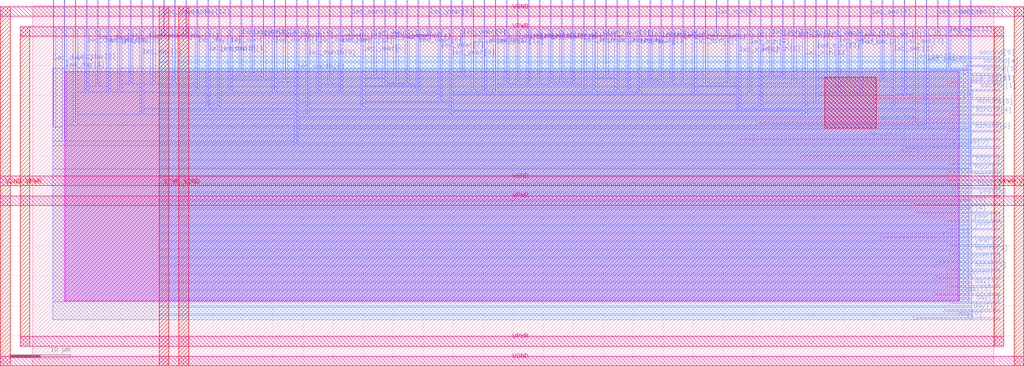
<source format=lef>
VERSION 5.7 ;
  NOWIREEXTENSIONATPIN ON ;
  DIVIDERCHAR "/" ;
  BUSBITCHARS "[]" ;
MACRO decode_all
  CLASS BLOCK ;
  FOREIGN decode_all ;
  ORIGIN 0.000 0.000 ;
  SIZE 160.000 BY 60.000 ;
  PIN VGND
    DIRECTION INOUT ;
    USE GROUND ;
    PORT
      LAYER met4 ;
        RECT -5.380 -0.020 -3.780 59.860 ;
    END
    PORT
      LAYER met5 ;
        RECT -5.380 -0.020 165.000 1.580 ;
    END
    PORT
      LAYER met5 ;
        RECT -5.380 58.260 165.000 59.860 ;
    END
    PORT
      LAYER met4 ;
        RECT 163.400 -0.020 165.000 59.860 ;
    END
    PORT
      LAYER met4 ;
        RECT 24.340 -0.020 25.940 59.860 ;
    END
    PORT
      LAYER met5 ;
        RECT -5.380 30.030 165.000 31.630 ;
    END
  END VGND
  PIN VPWR
    DIRECTION INOUT ;
    USE POWER ;
    PORT
      LAYER met4 ;
        RECT -2.080 3.280 -0.480 56.560 ;
    END
    PORT
      LAYER met5 ;
        RECT -2.080 3.280 161.700 4.880 ;
    END
    PORT
      LAYER met5 ;
        RECT -2.080 54.960 161.700 56.560 ;
    END
    PORT
      LAYER met4 ;
        RECT 160.100 3.280 161.700 56.560 ;
    END
    PORT
      LAYER met4 ;
        RECT 21.040 -0.020 22.640 59.860 ;
    END
    PORT
      LAYER met5 ;
        RECT -5.380 26.730 165.000 28.330 ;
    END
  END VPWR
  PIN day[0]
    DIRECTION INPUT ;
    USE SIGNAL ;
    ANTENNAGATEAREA 0.159000 ;
    PORT
      LAYER met3 ;
        RECT 147.110 7.670 161.000 7.970 ;
    END
  END day[0]
  PIN day[1]
    DIRECTION INPUT ;
    USE SIGNAL ;
    ANTENNAGATEAREA 0.213000 ;
    PORT
      LAYER met3 ;
        RECT 152.170 9.030 161.000 9.330 ;
    END
  END day[1]
  PIN day[2]
    DIRECTION INPUT ;
    USE SIGNAL ;
    ANTENNAGATEAREA 0.213000 ;
    PORT
      LAYER met3 ;
        RECT 153.090 10.390 161.000 10.690 ;
    END
  END day[2]
  PIN day[3]
    DIRECTION INPUT ;
    USE SIGNAL ;
    ANTENNAGATEAREA 0.213000 ;
    PORT
      LAYER met3 ;
        RECT 150.330 11.750 161.000 12.050 ;
    END
  END day[3]
  PIN day[4]
    DIRECTION INPUT ;
    USE SIGNAL ;
    ANTENNAGATEAREA 0.159000 ;
    PORT
      LAYER met3 ;
        RECT 152.630 13.110 161.000 13.410 ;
    END
  END day[4]
  PIN hour[0]
    DIRECTION INPUT ;
    USE SIGNAL ;
    ANTENNAGATEAREA 0.213000 ;
    PORT
      LAYER met3 ;
        RECT 153.550 29.430 161.000 29.730 ;
    END
  END hour[0]
  PIN hour[1]
    DIRECTION INPUT ;
    USE SIGNAL ;
    ANTENNAGATEAREA 0.126000 ;
    PORT
      LAYER met3 ;
        RECT 152.630 30.790 161.000 31.090 ;
    END
  END hour[1]
  PIN hour[2]
    DIRECTION INPUT ;
    USE SIGNAL ;
    ANTENNAGATEAREA 0.126000 ;
    PORT
      LAYER met3 ;
        RECT 152.630 32.150 161.000 32.450 ;
    END
  END hour[2]
  PIN hour[3]
    DIRECTION INPUT ;
    USE SIGNAL ;
    ANTENNAGATEAREA 0.196500 ;
    PORT
      LAYER met3 ;
        RECT 153.090 33.510 161.000 33.810 ;
    END
  END hour[3]
  PIN hour[4]
    DIRECTION INPUT ;
    USE SIGNAL ;
    ANTENNAGATEAREA 0.213000 ;
    PORT
      LAYER met3 ;
        RECT 127.790 34.870 161.000 35.170 ;
    END
  END hour[4]
  PIN led_day[0]
    DIRECTION OUTPUT ;
    USE SIGNAL ;
    ANTENNADIFFAREA 0.445500 ;
    PORT
      LAYER met2 ;
        RECT 3.380 40.080 3.520 61.000 ;
    END
  END led_day[0]
  PIN led_day[10]
    DIRECTION OUTPUT ;
    USE SIGNAL ;
    ANTENNADIFFAREA 0.445500 ;
    PORT
      LAYER met2 ;
        RECT 21.780 55.350 21.920 61.000 ;
    END
  END led_day[10]
  PIN led_day[11]
    DIRECTION OUTPUT ;
    USE SIGNAL ;
    ANTENNADIFFAREA 0.445500 ;
    PORT
      LAYER met2 ;
        RECT 23.620 47.190 23.760 61.000 ;
    END
  END led_day[11]
  PIN led_day[12]
    DIRECTION OUTPUT ;
    USE SIGNAL ;
    ANTENNADIFFAREA 0.445500 ;
    PORT
      LAYER met2 ;
        RECT 25.460 55.350 25.600 61.000 ;
    END
  END led_day[12]
  PIN led_day[13]
    DIRECTION OUTPUT ;
    USE SIGNAL ;
    ANTENNADIFFAREA 0.445500 ;
    PORT
      LAYER met2 ;
        RECT 27.300 45.860 27.440 61.000 ;
    END
  END led_day[13]
  PIN led_day[1]
    DIRECTION OUTPUT ;
    USE SIGNAL ;
    ANTENNADIFFAREA 0.445500 ;
    PORT
      LAYER met2 ;
        RECT 5.220 37.700 5.360 61.000 ;
    END
  END led_day[1]
  PIN led_day[2]
    DIRECTION OUTPUT ;
    USE SIGNAL ;
    ANTENNADIFFAREA 0.445500 ;
    PORT
      LAYER met2 ;
        RECT 7.060 40.420 7.200 61.000 ;
    END
  END led_day[2]
  PIN led_day[3]
    DIRECTION OUTPUT ;
    USE SIGNAL ;
    ANTENNADIFFAREA 0.445500 ;
    PORT
      LAYER met2 ;
        RECT 8.900 45.860 9.040 61.000 ;
    END
  END led_day[3]
  PIN led_day[4]
    DIRECTION OUTPUT ;
    USE SIGNAL ;
    ANTENNADIFFAREA 0.445500 ;
    PORT
      LAYER met2 ;
        RECT 10.740 46.880 10.880 61.000 ;
    END
  END led_day[4]
  PIN led_day[5]
    DIRECTION OUTPUT ;
    USE SIGNAL ;
    ANTENNADIFFAREA 0.445500 ;
    PORT
      LAYER met2 ;
        RECT 12.580 45.860 12.720 61.000 ;
    END
  END led_day[5]
  PIN led_day[6]
    DIRECTION OUTPUT ;
    USE SIGNAL ;
    ANTENNADIFFAREA 0.445500 ;
    PORT
      LAYER met2 ;
        RECT 14.420 45.860 14.560 61.000 ;
    END
  END led_day[6]
  PIN led_day[7]
    DIRECTION OUTPUT ;
    USE SIGNAL ;
    ANTENNADIFFAREA 0.445500 ;
    PORT
      LAYER met2 ;
        RECT 16.260 47.190 16.400 61.000 ;
    END
  END led_day[7]
  PIN led_day[8]
    DIRECTION OUTPUT ;
    USE SIGNAL ;
    PORT
      LAYER met2 ;
        RECT 18.100 42.120 18.240 61.000 ;
    END
  END led_day[8]
  PIN led_day[9]
    DIRECTION OUTPUT ;
    USE SIGNAL ;
    ANTENNADIFFAREA 0.445500 ;
    PORT
      LAYER met2 ;
        RECT 19.940 47.220 20.080 61.000 ;
    END
  END led_day[9]
  PIN led_hour[0]
    DIRECTION OUTPUT ;
    USE SIGNAL ;
    ANTENNADIFFAREA 0.445500 ;
    PORT
      LAYER met2 ;
        RECT 80.660 47.220 80.800 61.000 ;
    END
  END led_hour[0]
  PIN led_hour[10]
    DIRECTION OUTPUT ;
    USE SIGNAL ;
    ANTENNADIFFAREA 0.445500 ;
    PORT
      LAYER met2 ;
        RECT 99.060 45.860 99.200 61.000 ;
    END
  END led_hour[10]
  PIN led_hour[11]
    DIRECTION OUTPUT ;
    USE SIGNAL ;
    ANTENNADIFFAREA 0.445500 ;
    PORT
      LAYER met2 ;
        RECT 100.900 45.520 101.040 61.000 ;
    END
  END led_hour[11]
  PIN led_hour[12]
    DIRECTION OUTPUT ;
    USE SIGNAL ;
    ANTENNADIFFAREA 0.445500 ;
    PORT
      LAYER met2 ;
        RECT 102.740 47.870 102.880 61.000 ;
    END
  END led_hour[12]
  PIN led_hour[13]
    DIRECTION OUTPUT ;
    USE SIGNAL ;
    ANTENNADIFFAREA 0.445500 ;
    PORT
      LAYER met2 ;
        RECT 104.580 47.560 104.720 61.000 ;
    END
  END led_hour[13]
  PIN led_hour[1]
    DIRECTION OUTPUT ;
    USE SIGNAL ;
    ANTENNADIFFAREA 0.445500 ;
    PORT
      LAYER met2 ;
        RECT 82.500 47.220 82.640 61.000 ;
    END
  END led_hour[1]
  PIN led_hour[2]
    DIRECTION OUTPUT ;
    USE SIGNAL ;
    ANTENNADIFFAREA 0.445500 ;
    PORT
      LAYER met2 ;
        RECT 84.340 47.220 84.480 61.000 ;
    END
  END led_hour[2]
  PIN led_hour[3]
    DIRECTION OUTPUT ;
    USE SIGNAL ;
    ANTENNADIFFAREA 0.445500 ;
    PORT
      LAYER met2 ;
        RECT 86.180 47.020 86.320 61.000 ;
    END
  END led_hour[3]
  PIN led_hour[4]
    DIRECTION OUTPUT ;
    USE SIGNAL ;
    ANTENNADIFFAREA 0.445500 ;
    PORT
      LAYER met2 ;
        RECT 88.020 47.560 88.160 61.000 ;
    END
  END led_hour[4]
  PIN led_hour[5]
    DIRECTION OUTPUT ;
    USE SIGNAL ;
    ANTENNADIFFAREA 0.445500 ;
    PORT
      LAYER met2 ;
        RECT 89.860 47.220 90.000 61.000 ;
    END
  END led_hour[5]
  PIN led_hour[6]
    DIRECTION OUTPUT ;
    USE SIGNAL ;
    ANTENNADIFFAREA 0.445500 ;
    PORT
      LAYER met2 ;
        RECT 91.700 45.860 91.840 61.000 ;
    END
  END led_hour[6]
  PIN led_hour[7]
    DIRECTION OUTPUT ;
    USE SIGNAL ;
    ANTENNADIFFAREA 0.445500 ;
    PORT
      LAYER met2 ;
        RECT 93.540 45.860 93.680 61.000 ;
    END
  END led_hour[7]
  PIN led_hour[8]
    DIRECTION OUTPUT ;
    USE SIGNAL ;
    PORT
      LAYER met2 ;
        RECT 95.380 48.240 95.520 61.000 ;
    END
  END led_hour[8]
  PIN led_hour[9]
    DIRECTION OUTPUT ;
    USE SIGNAL ;
    ANTENNADIFFAREA 0.445500 ;
    PORT
      LAYER met2 ;
        RECT 97.220 45.860 97.360 61.000 ;
    END
  END led_hour[9]
  PIN led_min[0]
    DIRECTION OUTPUT ;
    USE SIGNAL ;
    ANTENNADIFFAREA 0.445500 ;
    PORT
      LAYER met2 ;
        RECT 106.420 47.190 106.560 61.000 ;
    END
  END led_min[0]
  PIN led_min[10]
    DIRECTION OUTPUT ;
    USE SIGNAL ;
    ANTENNADIFFAREA 0.445500 ;
    PORT
      LAYER met2 ;
        RECT 124.820 48.080 124.960 61.000 ;
    END
  END led_min[10]
  PIN led_min[11]
    DIRECTION OUTPUT ;
    USE SIGNAL ;
    ANTENNADIFFAREA 0.445500 ;
    PORT
      LAYER met2 ;
        RECT 126.660 47.400 126.800 61.000 ;
    END
  END led_min[11]
  PIN led_min[12]
    DIRECTION OUTPUT ;
    USE SIGNAL ;
    ANTENNADIFFAREA 0.445500 ;
    PORT
      LAYER met2 ;
        RECT 128.500 41.780 128.640 61.000 ;
    END
  END led_min[12]
  PIN led_min[13]
    DIRECTION OUTPUT ;
    USE SIGNAL ;
    ANTENNADIFFAREA 0.445500 ;
    PORT
      LAYER met2 ;
        RECT 130.340 44.000 130.480 61.000 ;
    END
  END led_min[13]
  PIN led_min[1]
    DIRECTION OUTPUT ;
    USE SIGNAL ;
    ANTENNADIFFAREA 0.445500 ;
    PORT
      LAYER met2 ;
        RECT 108.260 47.220 108.400 61.000 ;
    END
  END led_min[1]
  PIN led_min[2]
    DIRECTION OUTPUT ;
    USE SIGNAL ;
    ANTENNADIFFAREA 0.445500 ;
    PORT
      LAYER met2 ;
        RECT 110.100 45.520 110.240 61.000 ;
    END
  END led_min[2]
  PIN led_min[3]
    DIRECTION OUTPUT ;
    USE SIGNAL ;
    ANTENNADIFFAREA 0.445500 ;
    PORT
      LAYER met2 ;
        RECT 111.940 46.880 112.080 61.000 ;
    END
  END led_min[3]
  PIN led_min[4]
    DIRECTION OUTPUT ;
    USE SIGNAL ;
    ANTENNADIFFAREA 0.445500 ;
    PORT
      LAYER met2 ;
        RECT 113.780 55.350 113.920 61.000 ;
    END
  END led_min[4]
  PIN led_min[5]
    DIRECTION OUTPUT ;
    USE SIGNAL ;
    ANTENNADIFFAREA 0.445500 ;
    PORT
      LAYER met2 ;
        RECT 115.620 47.400 115.760 61.000 ;
    END
  END led_min[5]
  PIN led_min[6]
    DIRECTION OUTPUT ;
    USE SIGNAL ;
    ANTENNADIFFAREA 0.445500 ;
    PORT
      LAYER met2 ;
        RECT 117.460 42.800 117.600 61.000 ;
    END
  END led_min[6]
  PIN led_min[7]
    DIRECTION OUTPUT ;
    USE SIGNAL ;
    ANTENNADIFFAREA 0.445500 ;
    PORT
      LAYER met2 ;
        RECT 119.300 45.360 119.440 61.000 ;
    END
  END led_min[7]
  PIN led_min[8]
    DIRECTION OUTPUT ;
    USE SIGNAL ;
    ANTENNADIFFAREA 0.445500 ;
    PORT
      LAYER met2 ;
        RECT 121.140 43.140 121.280 61.000 ;
    END
  END led_min[8]
  PIN led_min[9]
    DIRECTION OUTPUT ;
    USE SIGNAL ;
    ANTENNADIFFAREA 0.445500 ;
    PORT
      LAYER met2 ;
        RECT 122.980 48.550 123.120 61.000 ;
    END
  END led_min[9]
  PIN led_month[0]
    DIRECTION OUTPUT ;
    USE SIGNAL ;
    ANTENNADIFFAREA 0.445500 ;
    PORT
      LAYER met2 ;
        RECT 29.140 43.140 29.280 61.000 ;
    END
  END led_month[0]
  PIN led_month[10]
    DIRECTION OUTPUT ;
    USE SIGNAL ;
    ANTENNADIFFAREA 0.445500 ;
    PORT
      LAYER met2 ;
        RECT 47.540 45.860 47.680 61.000 ;
    END
  END led_month[10]
  PIN led_month[11]
    DIRECTION OUTPUT ;
    USE SIGNAL ;
    ANTENNADIFFAREA 0.445500 ;
    PORT
      LAYER met2 ;
        RECT 49.380 47.220 49.520 61.000 ;
    END
  END led_month[11]
  PIN led_month[12]
    DIRECTION OUTPUT ;
    USE SIGNAL ;
    ANTENNADIFFAREA 0.445500 ;
    PORT
      LAYER met2 ;
        RECT 51.220 45.860 51.360 61.000 ;
    END
  END led_month[12]
  PIN led_month[13]
    DIRECTION OUTPUT ;
    USE SIGNAL ;
    PORT
      LAYER met2 ;
        RECT 53.060 55.350 53.200 61.000 ;
    END
  END led_month[13]
  PIN led_month[1]
    DIRECTION OUTPUT ;
    USE SIGNAL ;
    ANTENNADIFFAREA 0.445500 ;
    PORT
      LAYER met2 ;
        RECT 30.980 43.140 31.120 61.000 ;
    END
  END led_month[1]
  PIN led_month[2]
    DIRECTION OUTPUT ;
    USE SIGNAL ;
    ANTENNADIFFAREA 0.445500 ;
    PORT
      LAYER met2 ;
        RECT 32.820 45.860 32.960 61.000 ;
    END
  END led_month[2]
  PIN led_month[3]
    DIRECTION OUTPUT ;
    USE SIGNAL ;
    ANTENNADIFFAREA 0.445500 ;
    PORT
      LAYER met2 ;
        RECT 34.660 48.550 34.800 61.000 ;
    END
  END led_month[3]
  PIN led_month[4]
    DIRECTION OUTPUT ;
    USE SIGNAL ;
    ANTENNADIFFAREA 0.445500 ;
    PORT
      LAYER met2 ;
        RECT 36.500 48.550 36.640 61.000 ;
    END
  END led_month[4]
  PIN led_month[5]
    DIRECTION OUTPUT ;
    USE SIGNAL ;
    ANTENNADIFFAREA 0.445500 ;
    PORT
      LAYER met2 ;
        RECT 38.340 47.870 38.480 61.000 ;
    END
  END led_month[5]
  PIN led_month[6]
    DIRECTION OUTPUT ;
    USE SIGNAL ;
    ANTENNADIFFAREA 0.445500 ;
    PORT
      LAYER met2 ;
        RECT 40.180 45.860 40.320 61.000 ;
    END
  END led_month[6]
  PIN led_month[7]
    DIRECTION OUTPUT ;
    USE SIGNAL ;
    ANTENNADIFFAREA 0.445500 ;
    PORT
      LAYER met2 ;
        RECT 42.020 47.560 42.160 61.000 ;
    END
  END led_month[7]
  PIN led_month[8]
    DIRECTION OUTPUT ;
    USE SIGNAL ;
    PORT
      LAYER met2 ;
        RECT 43.860 37.020 44.000 61.000 ;
    END
  END led_month[8]
  PIN led_month[9]
    DIRECTION OUTPUT ;
    USE SIGNAL ;
    PORT
      LAYER met2 ;
        RECT 45.700 41.780 45.840 61.000 ;
    END
  END led_month[9]
  PIN led_sec[0]
    DIRECTION OUTPUT ;
    USE SIGNAL ;
    ANTENNADIFFAREA 0.445500 ;
    PORT
      LAYER met2 ;
        RECT 132.180 48.230 132.320 61.000 ;
    END
  END led_sec[0]
  PIN led_sec[10]
    DIRECTION OUTPUT ;
    USE SIGNAL ;
    ANTENNADIFFAREA 0.445500 ;
    PORT
      LAYER met2 ;
        RECT 150.580 55.350 150.720 61.000 ;
    END
  END led_sec[10]
  PIN led_sec[11]
    DIRECTION OUTPUT ;
    USE SIGNAL ;
    ANTENNADIFFAREA 0.445500 ;
    PORT
      LAYER met2 ;
        RECT 152.420 49.600 152.560 61.000 ;
    END
  END led_sec[11]
  PIN led_sec[12]
    DIRECTION OUTPUT ;
    USE SIGNAL ;
    ANTENNADIFFAREA 0.445500 ;
    PORT
      LAYER met2 ;
        RECT 154.260 55.350 154.400 61.000 ;
    END
  END led_sec[12]
  PIN led_sec[13]
    DIRECTION OUTPUT ;
    USE SIGNAL ;
    ANTENNADIFFAREA 0.445500 ;
    PORT
      LAYER met2 ;
        RECT 156.100 33.120 156.240 61.000 ;
    END
  END led_sec[13]
  PIN led_sec[1]
    DIRECTION OUTPUT ;
    USE SIGNAL ;
    ANTENNADIFFAREA 0.445500 ;
    PORT
      LAYER met2 ;
        RECT 134.020 45.860 134.160 61.000 ;
    END
  END led_sec[1]
  PIN led_sec[2]
    DIRECTION OUTPUT ;
    USE SIGNAL ;
    ANTENNADIFFAREA 0.445500 ;
    PORT
      LAYER met2 ;
        RECT 135.860 47.700 136.000 61.000 ;
    END
  END led_sec[2]
  PIN led_sec[3]
    DIRECTION OUTPUT ;
    USE SIGNAL ;
    ANTENNADIFFAREA 0.445500 ;
    PORT
      LAYER met2 ;
        RECT 137.700 45.320 137.840 61.000 ;
    END
  END led_sec[3]
  PIN led_sec[4]
    DIRECTION OUTPUT ;
    USE SIGNAL ;
    ANTENNADIFFAREA 0.445500 ;
    PORT
      LAYER met2 ;
        RECT 139.540 55.350 139.680 61.000 ;
    END
  END led_sec[4]
  PIN led_sec[5]
    DIRECTION OUTPUT ;
    USE SIGNAL ;
    ANTENNADIFFAREA 0.445500 ;
    PORT
      LAYER met2 ;
        RECT 141.380 47.700 141.520 61.000 ;
    END
  END led_sec[5]
  PIN led_sec[6]
    DIRECTION OUTPUT ;
    USE SIGNAL ;
    ANTENNADIFFAREA 0.445500 ;
    PORT
      LAYER met2 ;
        RECT 143.220 43.140 143.360 61.000 ;
    END
  END led_sec[6]
  PIN led_sec[7]
    DIRECTION OUTPUT ;
    USE SIGNAL ;
    ANTENNADIFFAREA 0.445500 ;
    PORT
      LAYER met2 ;
        RECT 145.060 45.520 145.200 61.000 ;
    END
  END led_sec[7]
  PIN led_sec[8]
    DIRECTION OUTPUT ;
    USE SIGNAL ;
    ANTENNADIFFAREA 0.445500 ;
    PORT
      LAYER met2 ;
        RECT 146.900 40.420 147.040 61.000 ;
    END
  END led_sec[8]
  PIN led_sec[9]
    DIRECTION OUTPUT ;
    USE SIGNAL ;
    ANTENNADIFFAREA 0.445500 ;
    PORT
      LAYER met2 ;
        RECT 148.740 39.710 148.880 61.000 ;
    END
  END led_sec[9]
  PIN led_year[0]
    DIRECTION OUTPUT ;
    USE SIGNAL ;
    ANTENNADIFFAREA 0.445500 ;
    PORT
      LAYER met2 ;
        RECT 54.900 43.110 55.040 61.000 ;
    END
  END led_year[0]
  PIN led_year[10]
    DIRECTION OUTPUT ;
    USE SIGNAL ;
    ANTENNADIFFAREA 0.445500 ;
    PORT
      LAYER met2 ;
        RECT 73.300 45.860 73.440 61.000 ;
    END
  END led_year[10]
  PIN led_year[11]
    DIRECTION OUTPUT ;
    USE SIGNAL ;
    ANTENNADIFFAREA 0.445500 ;
    PORT
      LAYER met2 ;
        RECT 75.140 45.860 75.280 61.000 ;
    END
  END led_year[11]
  PIN led_year[12]
    DIRECTION OUTPUT ;
    USE SIGNAL ;
    ANTENNADIFFAREA 0.445500 ;
    PORT
      LAYER met2 ;
        RECT 76.980 45.520 77.120 61.000 ;
    END
  END led_year[12]
  PIN led_year[13]
    DIRECTION OUTPUT ;
    USE SIGNAL ;
    ANTENNADIFFAREA 0.445500 ;
    PORT
      LAYER met2 ;
        RECT 78.820 47.220 78.960 61.000 ;
    END
  END led_year[13]
  PIN led_year[1]
    DIRECTION OUTPUT ;
    USE SIGNAL ;
    ANTENNADIFFAREA 0.445500 ;
    PORT
      LAYER met2 ;
        RECT 56.740 48.230 56.880 61.000 ;
    END
  END led_year[1]
  PIN led_year[2]
    DIRECTION OUTPUT ;
    USE SIGNAL ;
    ANTENNADIFFAREA 0.445500 ;
    PORT
      LAYER met2 ;
        RECT 58.580 46.880 58.720 61.000 ;
    END
  END led_year[2]
  PIN led_year[3]
    DIRECTION OUTPUT ;
    USE SIGNAL ;
    ANTENNADIFFAREA 0.445500 ;
    PORT
      LAYER met2 ;
        RECT 60.420 47.400 60.560 61.000 ;
    END
  END led_year[3]
  PIN led_year[4]
    DIRECTION OUTPUT ;
    USE SIGNAL ;
    ANTENNADIFFAREA 0.445500 ;
    PORT
      LAYER met2 ;
        RECT 62.260 47.190 62.400 61.000 ;
    END
  END led_year[4]
  PIN led_year[5]
    DIRECTION OUTPUT ;
    USE SIGNAL ;
    ANTENNADIFFAREA 0.445500 ;
    PORT
      LAYER met2 ;
        RECT 64.100 45.860 64.240 61.000 ;
    END
  END led_year[5]
  PIN led_year[6]
    DIRECTION OUTPUT ;
    USE SIGNAL ;
    ANTENNADIFFAREA 0.445500 ;
    PORT
      LAYER met2 ;
        RECT 65.940 55.350 66.080 61.000 ;
    END
  END led_year[6]
  PIN led_year[7]
    DIRECTION OUTPUT ;
    USE SIGNAL ;
    ANTENNADIFFAREA 0.445500 ;
    PORT
      LAYER met2 ;
        RECT 67.780 44.300 67.920 61.000 ;
    END
  END led_year[7]
  PIN led_year[8]
    DIRECTION OUTPUT ;
    USE SIGNAL ;
    ANTENNADIFFAREA 0.445500 ;
    PORT
      LAYER met2 ;
        RECT 69.620 41.780 69.760 61.000 ;
    END
  END led_year[8]
  PIN led_year[9]
    DIRECTION OUTPUT ;
    USE SIGNAL ;
    ANTENNADIFFAREA 0.445500 ;
    PORT
      LAYER met2 ;
        RECT 71.460 48.550 71.600 61.000 ;
    END
  END led_year[9]
  PIN minute[0]
    DIRECTION INPUT ;
    USE SIGNAL ;
    ANTENNAGATEAREA 0.213000 ;
    PORT
      LAYER met3 ;
        RECT 145.270 36.230 161.000 36.530 ;
    END
  END minute[0]
  PIN minute[1]
    DIRECTION INPUT ;
    USE SIGNAL ;
    ANTENNAGATEAREA 0.196500 ;
    PORT
      LAYER met3 ;
        RECT 117.670 37.590 161.000 37.890 ;
    END
  END minute[1]
  PIN minute[2]
    DIRECTION INPUT ;
    USE SIGNAL ;
    ANTENNAGATEAREA 0.126000 ;
    PORT
      LAYER met3 ;
        RECT 152.630 38.950 161.000 39.250 ;
    END
  END minute[2]
  PIN minute[3]
    DIRECTION INPUT ;
    USE SIGNAL ;
    ANTENNAGATEAREA 0.196500 ;
    PORT
      LAYER met3 ;
        RECT 120.890 40.310 161.000 40.610 ;
    END
  END minute[3]
  PIN minute[4]
    DIRECTION INPUT ;
    USE SIGNAL ;
    ANTENNAGATEAREA 0.159000 ;
    PORT
      LAYER met3 ;
        RECT 153.090 41.670 161.000 41.970 ;
    END
  END minute[4]
  PIN minute[5]
    DIRECTION INPUT ;
    USE SIGNAL ;
    ANTENNAGATEAREA 0.159000 ;
    PORT
      LAYER met3 ;
        RECT 153.550 43.030 161.000 43.330 ;
    END
  END minute[5]
  PIN month[0]
    DIRECTION INPUT ;
    USE SIGNAL ;
    ANTENNAGATEAREA 0.159000 ;
    PORT
      LAYER met3 ;
        RECT 150.790 14.470 161.000 14.770 ;
    END
  END month[0]
  PIN month[1]
    DIRECTION INPUT ;
    USE SIGNAL ;
    ANTENNAGATEAREA 0.159000 ;
    PORT
      LAYER met3 ;
        RECT 152.630 15.830 161.000 16.130 ;
    END
  END month[1]
  PIN month[2]
    DIRECTION INPUT ;
    USE SIGNAL ;
    ANTENNAGATEAREA 0.159000 ;
    PORT
      LAYER met3 ;
        RECT 150.790 17.190 161.000 17.490 ;
    END
  END month[2]
  PIN month[3]
    DIRECTION INPUT ;
    USE SIGNAL ;
    ANTENNAGATEAREA 0.213000 ;
    PORT
      LAYER met3 ;
        RECT 153.090 18.550 161.000 18.850 ;
    END
  END month[3]
  PIN second[0]
    DIRECTION INPUT ;
    USE SIGNAL ;
    ANTENNAGATEAREA 0.213000 ;
    PORT
      LAYER met3 ;
        RECT 140.460 44.390 161.000 44.690 ;
    END
  END second[0]
  PIN second[1]
    DIRECTION INPUT ;
    USE SIGNAL ;
    ANTENNAGATEAREA 0.196500 ;
    PORT
      LAYER met3 ;
        RECT 154.470 45.750 161.000 46.050 ;
    END
  END second[1]
  PIN second[2]
    DIRECTION INPUT ;
    USE SIGNAL ;
    ANTENNAGATEAREA 0.126000 ;
    PORT
      LAYER met3 ;
        RECT 152.630 47.110 161.000 47.410 ;
    END
  END second[2]
  PIN second[3]
    DIRECTION INPUT ;
    USE SIGNAL ;
    ANTENNAGATEAREA 0.196500 ;
    PORT
      LAYER met3 ;
        RECT 154.930 48.470 161.000 48.770 ;
    END
  END second[3]
  PIN second[4]
    DIRECTION INPUT ;
    USE SIGNAL ;
    ANTENNAGATEAREA 0.159000 ;
    PORT
      LAYER met3 ;
        RECT 155.390 49.830 161.000 50.130 ;
    END
  END second[4]
  PIN second[5]
    DIRECTION INPUT ;
    USE SIGNAL ;
    ANTENNAGATEAREA 0.213000 ;
    PORT
      LAYER met3 ;
        RECT 154.010 51.190 161.000 51.490 ;
    END
  END second[5]
  PIN year[0]
    DIRECTION INPUT ;
    USE SIGNAL ;
    ANTENNAGATEAREA 0.159000 ;
    PORT
      LAYER met3 ;
        RECT 152.630 19.910 161.000 20.210 ;
    END
  END year[0]
  PIN year[1]
    DIRECTION INPUT ;
    USE SIGNAL ;
    ANTENNAGATEAREA 0.196500 ;
    PORT
      LAYER met3 ;
        RECT 141.590 21.270 161.000 21.570 ;
    END
  END year[1]
  PIN year[2]
    DIRECTION INPUT ;
    USE SIGNAL ;
    ANTENNAGATEAREA 0.126000 ;
    PORT
      LAYER met3 ;
        RECT 152.630 22.630 161.000 22.930 ;
    END
  END year[2]
  PIN year[3]
    DIRECTION INPUT ;
    USE SIGNAL ;
    ANTENNAGATEAREA 0.213000 ;
    PORT
      LAYER met3 ;
        RECT 152.170 23.990 161.000 24.290 ;
    END
  END year[3]
  PIN year[4]
    DIRECTION INPUT ;
    USE SIGNAL ;
    ANTENNAGATEAREA 0.159000 ;
    PORT
      LAYER met3 ;
        RECT 147.110 25.350 161.000 25.650 ;
    END
  END year[4]
  PIN year[5]
    DIRECTION INPUT ;
    USE SIGNAL ;
    ANTENNAGATEAREA 0.247500 ;
    PORT
      LAYER met3 ;
        RECT 147.110 26.710 161.000 27.010 ;
    END
  END year[5]
  PIN year[6]
    DIRECTION INPUT ;
    USE SIGNAL ;
    ANTENNAGATEAREA 0.159000 ;
    PORT
      LAYER met3 ;
        RECT 154.010 28.070 161.000 28.370 ;
    END
  END year[6]
  OBS
      LAYER nwell ;
        RECT 5.330 10.795 154.290 49.045 ;
      LAYER li1 ;
        RECT 5.520 10.795 154.100 49.045 ;
      LAYER met1 ;
        RECT 3.290 10.640 155.870 49.600 ;
      LAYER met2 ;
        RECT 3.800 39.800 4.940 56.170 ;
        RECT 3.320 37.420 4.940 39.800 ;
        RECT 5.640 40.140 6.780 56.170 ;
        RECT 7.480 45.580 8.620 56.170 ;
        RECT 9.320 46.600 10.460 56.170 ;
        RECT 11.160 46.600 12.300 56.170 ;
        RECT 9.320 45.580 12.300 46.600 ;
        RECT 13.000 45.580 14.140 56.170 ;
        RECT 14.840 46.910 15.980 56.170 ;
        RECT 16.680 46.910 17.820 56.170 ;
        RECT 14.840 45.580 17.820 46.910 ;
        RECT 7.480 41.840 17.820 45.580 ;
        RECT 18.520 46.940 19.660 56.170 ;
        RECT 20.360 55.070 21.500 56.170 ;
        RECT 22.200 55.070 23.340 56.170 ;
        RECT 20.360 46.940 23.340 55.070 ;
        RECT 18.520 46.910 23.340 46.940 ;
        RECT 24.040 55.070 25.180 56.170 ;
        RECT 25.880 55.070 27.020 56.170 ;
        RECT 24.040 46.910 27.020 55.070 ;
        RECT 18.520 45.580 27.020 46.910 ;
        RECT 27.720 45.580 28.860 56.170 ;
        RECT 18.520 42.860 28.860 45.580 ;
        RECT 29.560 42.860 30.700 56.170 ;
        RECT 31.400 45.580 32.540 56.170 ;
        RECT 33.240 48.270 34.380 56.170 ;
        RECT 35.080 48.270 36.220 56.170 ;
        RECT 36.920 48.270 38.060 56.170 ;
        RECT 33.240 47.590 38.060 48.270 ;
        RECT 38.760 47.590 39.900 56.170 ;
        RECT 33.240 45.580 39.900 47.590 ;
        RECT 40.600 47.280 41.740 56.170 ;
        RECT 42.440 47.280 43.580 56.170 ;
        RECT 40.600 45.580 43.580 47.280 ;
        RECT 31.400 42.860 43.580 45.580 ;
        RECT 18.520 41.840 43.580 42.860 ;
        RECT 7.480 40.140 43.580 41.840 ;
        RECT 5.640 37.420 43.580 40.140 ;
        RECT 3.320 36.740 43.580 37.420 ;
        RECT 44.280 41.500 45.420 56.170 ;
        RECT 46.120 45.580 47.260 56.170 ;
        RECT 47.960 46.940 49.100 56.170 ;
        RECT 49.800 46.940 50.940 56.170 ;
        RECT 47.960 45.580 50.940 46.940 ;
        RECT 51.640 55.070 52.780 56.170 ;
        RECT 53.480 55.070 54.620 56.170 ;
        RECT 51.640 45.580 54.620 55.070 ;
        RECT 46.120 42.830 54.620 45.580 ;
        RECT 55.320 47.950 56.460 56.170 ;
        RECT 57.160 47.950 58.300 56.170 ;
        RECT 55.320 46.600 58.300 47.950 ;
        RECT 59.000 47.120 60.140 56.170 ;
        RECT 60.840 47.120 61.980 56.170 ;
        RECT 59.000 46.910 61.980 47.120 ;
        RECT 62.680 46.910 63.820 56.170 ;
        RECT 59.000 46.600 63.820 46.910 ;
        RECT 55.320 45.580 63.820 46.600 ;
        RECT 64.520 55.070 65.660 56.170 ;
        RECT 66.360 55.070 67.500 56.170 ;
        RECT 64.520 45.580 67.500 55.070 ;
        RECT 55.320 44.020 67.500 45.580 ;
        RECT 68.200 44.020 69.340 56.170 ;
        RECT 55.320 42.830 69.340 44.020 ;
        RECT 46.120 41.500 69.340 42.830 ;
        RECT 70.040 48.270 71.180 56.170 ;
        RECT 71.880 48.270 73.020 56.170 ;
        RECT 70.040 45.580 73.020 48.270 ;
        RECT 73.720 45.580 74.860 56.170 ;
        RECT 75.560 45.580 76.700 56.170 ;
        RECT 70.040 45.240 76.700 45.580 ;
        RECT 77.400 46.940 78.540 56.170 ;
        RECT 79.240 46.940 80.380 56.170 ;
        RECT 81.080 46.940 82.220 56.170 ;
        RECT 82.920 46.940 84.060 56.170 ;
        RECT 84.760 46.940 85.900 56.170 ;
        RECT 77.400 46.740 85.900 46.940 ;
        RECT 86.600 47.280 87.740 56.170 ;
        RECT 88.440 47.280 89.580 56.170 ;
        RECT 86.600 46.940 89.580 47.280 ;
        RECT 90.280 46.940 91.420 56.170 ;
        RECT 86.600 46.740 91.420 46.940 ;
        RECT 77.400 45.580 91.420 46.740 ;
        RECT 92.120 45.580 93.260 56.170 ;
        RECT 93.960 47.960 95.100 56.170 ;
        RECT 95.800 47.960 96.940 56.170 ;
        RECT 93.960 45.580 96.940 47.960 ;
        RECT 97.640 45.580 98.780 56.170 ;
        RECT 99.480 45.580 100.620 56.170 ;
        RECT 77.400 45.240 100.620 45.580 ;
        RECT 101.320 47.590 102.460 56.170 ;
        RECT 103.160 47.590 104.300 56.170 ;
        RECT 101.320 47.280 104.300 47.590 ;
        RECT 105.000 47.280 106.140 56.170 ;
        RECT 101.320 46.910 106.140 47.280 ;
        RECT 106.840 46.940 107.980 56.170 ;
        RECT 108.680 46.940 109.820 56.170 ;
        RECT 106.840 46.910 109.820 46.940 ;
        RECT 101.320 45.240 109.820 46.910 ;
        RECT 110.520 46.600 111.660 56.170 ;
        RECT 112.360 55.070 113.500 56.170 ;
        RECT 114.200 55.070 115.340 56.170 ;
        RECT 112.360 47.120 115.340 55.070 ;
        RECT 116.040 47.120 117.180 56.170 ;
        RECT 112.360 46.600 117.180 47.120 ;
        RECT 110.520 45.240 117.180 46.600 ;
        RECT 70.040 42.520 117.180 45.240 ;
        RECT 117.880 45.080 119.020 56.170 ;
        RECT 119.720 45.080 120.860 56.170 ;
        RECT 117.880 42.860 120.860 45.080 ;
        RECT 121.560 48.270 122.700 56.170 ;
        RECT 123.400 48.270 124.540 56.170 ;
        RECT 121.560 47.800 124.540 48.270 ;
        RECT 125.240 47.800 126.380 56.170 ;
        RECT 121.560 47.120 126.380 47.800 ;
        RECT 127.080 47.120 128.220 56.170 ;
        RECT 121.560 42.860 128.220 47.120 ;
        RECT 117.880 42.520 128.220 42.860 ;
        RECT 70.040 41.500 128.220 42.520 ;
        RECT 128.920 43.720 130.060 56.170 ;
        RECT 130.760 47.950 131.900 56.170 ;
        RECT 132.600 47.950 133.740 56.170 ;
        RECT 130.760 45.580 133.740 47.950 ;
        RECT 134.440 47.420 135.580 56.170 ;
        RECT 136.280 47.420 137.420 56.170 ;
        RECT 134.440 45.580 137.420 47.420 ;
        RECT 130.760 45.040 137.420 45.580 ;
        RECT 138.120 55.070 139.260 56.170 ;
        RECT 139.960 55.070 141.100 56.170 ;
        RECT 138.120 47.420 141.100 55.070 ;
        RECT 141.800 47.420 142.940 56.170 ;
        RECT 138.120 45.040 142.940 47.420 ;
        RECT 130.760 43.720 142.940 45.040 ;
        RECT 128.920 42.860 142.940 43.720 ;
        RECT 143.640 45.240 144.780 56.170 ;
        RECT 145.480 45.240 146.620 56.170 ;
        RECT 143.640 42.860 146.620 45.240 ;
        RECT 128.920 41.500 146.620 42.860 ;
        RECT 44.280 40.140 146.620 41.500 ;
        RECT 147.320 40.140 148.460 56.170 ;
        RECT 44.280 39.430 148.460 40.140 ;
        RECT 149.160 55.070 150.300 56.170 ;
        RECT 151.000 55.070 152.140 56.170 ;
        RECT 149.160 49.320 152.140 55.070 ;
        RECT 152.840 55.070 153.980 56.170 ;
        RECT 154.680 55.070 155.820 56.170 ;
        RECT 152.840 49.320 155.820 55.070 ;
        RECT 149.160 39.430 155.820 49.320 ;
        RECT 44.280 36.740 155.820 39.430 ;
        RECT 3.320 32.840 155.820 36.740 ;
        RECT 3.320 7.635 156.310 32.840 ;
      LAYER met3 ;
        RECT 21.050 50.790 153.610 51.505 ;
        RECT 21.050 50.530 156.335 50.790 ;
        RECT 21.050 49.430 154.990 50.530 ;
        RECT 21.050 49.170 156.335 49.430 ;
        RECT 21.050 48.070 154.530 49.170 ;
        RECT 21.050 47.810 156.335 48.070 ;
        RECT 21.050 46.710 152.230 47.810 ;
        RECT 21.050 46.450 156.335 46.710 ;
        RECT 21.050 45.350 154.070 46.450 ;
        RECT 21.050 45.090 156.335 45.350 ;
        RECT 21.050 43.990 140.060 45.090 ;
        RECT 21.050 43.730 156.335 43.990 ;
        RECT 21.050 42.630 153.150 43.730 ;
        RECT 21.050 42.370 156.335 42.630 ;
        RECT 21.050 41.270 152.690 42.370 ;
        RECT 21.050 41.010 156.335 41.270 ;
        RECT 21.050 39.910 120.490 41.010 ;
        RECT 21.050 39.650 156.335 39.910 ;
        RECT 21.050 38.550 152.230 39.650 ;
        RECT 21.050 38.290 156.335 38.550 ;
        RECT 21.050 37.190 117.270 38.290 ;
        RECT 21.050 36.930 156.335 37.190 ;
        RECT 21.050 35.830 144.870 36.930 ;
        RECT 21.050 35.570 156.335 35.830 ;
        RECT 21.050 34.470 127.390 35.570 ;
        RECT 21.050 34.210 156.335 34.470 ;
        RECT 21.050 33.110 152.690 34.210 ;
        RECT 21.050 32.850 156.335 33.110 ;
        RECT 21.050 31.750 152.230 32.850 ;
        RECT 21.050 31.490 156.335 31.750 ;
        RECT 21.050 30.390 152.230 31.490 ;
        RECT 21.050 30.130 156.335 30.390 ;
        RECT 21.050 29.030 153.150 30.130 ;
        RECT 21.050 28.770 156.335 29.030 ;
        RECT 21.050 27.670 153.610 28.770 ;
        RECT 21.050 27.410 156.335 27.670 ;
        RECT 21.050 26.310 146.710 27.410 ;
        RECT 21.050 26.050 156.335 26.310 ;
        RECT 21.050 24.950 146.710 26.050 ;
        RECT 21.050 24.690 156.335 24.950 ;
        RECT 21.050 23.590 151.770 24.690 ;
        RECT 21.050 23.330 156.335 23.590 ;
        RECT 21.050 22.230 152.230 23.330 ;
        RECT 21.050 21.970 156.335 22.230 ;
        RECT 21.050 20.870 141.190 21.970 ;
        RECT 21.050 20.610 156.335 20.870 ;
        RECT 21.050 19.510 152.230 20.610 ;
        RECT 21.050 19.250 156.335 19.510 ;
        RECT 21.050 18.150 152.690 19.250 ;
        RECT 21.050 17.890 156.335 18.150 ;
        RECT 21.050 16.790 150.390 17.890 ;
        RECT 21.050 16.530 156.335 16.790 ;
        RECT 21.050 15.430 152.230 16.530 ;
        RECT 21.050 15.170 156.335 15.430 ;
        RECT 21.050 14.070 150.390 15.170 ;
        RECT 21.050 13.810 156.335 14.070 ;
        RECT 21.050 12.710 152.230 13.810 ;
        RECT 21.050 12.450 156.335 12.710 ;
        RECT 21.050 11.350 149.930 12.450 ;
        RECT 21.050 11.090 156.335 11.350 ;
        RECT 21.050 9.990 152.690 11.090 ;
        RECT 21.050 9.730 156.335 9.990 ;
        RECT 21.050 8.630 151.770 9.730 ;
        RECT 21.050 8.370 156.335 8.630 ;
        RECT 21.050 7.655 146.710 8.370 ;
      LAYER met4 ;
        RECT 131.855 39.615 140.465 48.105 ;
  END
END decode_all
END LIBRARY


</source>
